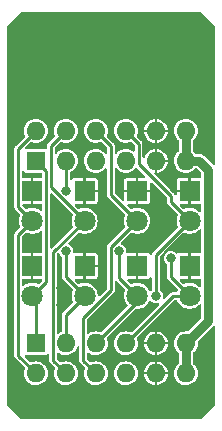
<source format=gtl>
G04 #@! TF.GenerationSoftware,KiCad,Pcbnew,7.0.1*
G04 #@! TF.CreationDate,2023-03-21T03:43:12+09:00*
G04 #@! TF.ProjectId,Pmod_LED,506d6f64-5f4c-4454-942e-6b696361645f,rev?*
G04 #@! TF.SameCoordinates,Original*
G04 #@! TF.FileFunction,Copper,L1,Top*
G04 #@! TF.FilePolarity,Positive*
%FSLAX46Y46*%
G04 Gerber Fmt 4.6, Leading zero omitted, Abs format (unit mm)*
G04 Created by KiCad (PCBNEW 7.0.1) date 2023-03-21 03:43:12*
%MOMM*%
%LPD*%
G01*
G04 APERTURE LIST*
G04 #@! TA.AperFunction,ComponentPad*
%ADD10C,1.800000*%
G04 #@! TD*
G04 #@! TA.AperFunction,ComponentPad*
%ADD11R,1.800000X1.800000*%
G04 #@! TD*
G04 #@! TA.AperFunction,ComponentPad*
%ADD12R,1.600000X1.600000*%
G04 #@! TD*
G04 #@! TA.AperFunction,ComponentPad*
%ADD13O,1.600000X1.600000*%
G04 #@! TD*
G04 #@! TA.AperFunction,ViaPad*
%ADD14C,0.800000*%
G04 #@! TD*
G04 #@! TA.AperFunction,Conductor*
%ADD15C,0.800000*%
G04 #@! TD*
G04 #@! TA.AperFunction,Conductor*
%ADD16C,0.250000*%
G04 #@! TD*
G04 APERTURE END LIST*
D10*
G04 #@! TO.P,D8,2,A*
G04 #@! TO.N,/PMOD_P10*
X18097500Y-24125000D03*
D11*
G04 #@! TO.P,D8,1,K*
G04 #@! TO.N,GND*
X18097500Y-21585000D03*
G04 #@! TD*
D10*
G04 #@! TO.P,D7,2,A*
G04 #@! TO.N,/PMOD_P9*
X13652500Y-24125000D03*
D11*
G04 #@! TO.P,D7,1,K*
G04 #@! TO.N,GND*
X13652500Y-21585000D03*
G04 #@! TD*
D10*
G04 #@! TO.P,D6,2,A*
G04 #@! TO.N,/PMOD_P8*
X9207500Y-24125000D03*
D11*
G04 #@! TO.P,D6,1,K*
G04 #@! TO.N,GND*
X9207500Y-21585000D03*
G04 #@! TD*
D10*
G04 #@! TO.P,D5,2,A*
G04 #@! TO.N,/PMOD_P7*
X4762500Y-24125000D03*
D11*
G04 #@! TO.P,D5,1,K*
G04 #@! TO.N,GND*
X4762500Y-21585000D03*
G04 #@! TD*
D10*
G04 #@! TO.P,D4,2,A*
G04 #@! TO.N,/PMOD_P4*
X18097500Y-30475000D03*
D11*
G04 #@! TO.P,D4,1,K*
G04 #@! TO.N,GND*
X18097500Y-27935000D03*
G04 #@! TD*
D10*
G04 #@! TO.P,D3,2,A*
G04 #@! TO.N,/PMOD_P3*
X13652500Y-30475000D03*
D11*
G04 #@! TO.P,D3,1,K*
G04 #@! TO.N,GND*
X13652500Y-27935000D03*
G04 #@! TD*
G04 #@! TO.P,D2,1,K*
G04 #@! TO.N,GND*
X9207500Y-27935000D03*
D10*
G04 #@! TO.P,D2,2,A*
G04 #@! TO.N,/PMOD_P2*
X9207500Y-30475000D03*
G04 #@! TD*
G04 #@! TO.P,D1,2,A*
G04 #@! TO.N,/PMOD_P1*
X4762500Y-30475000D03*
D11*
G04 #@! TO.P,D1,1,K*
G04 #@! TO.N,GND*
X4762500Y-27935000D03*
G04 #@! TD*
D12*
G04 #@! TO.P,J1,1,Pin_1*
G04 #@! TO.N,/PMOD_P1*
X5080000Y-34490000D03*
D13*
G04 #@! TO.P,J1,2,Pin_2*
G04 #@! TO.N,/PMOD_P2*
X7620000Y-34490000D03*
G04 #@! TO.P,J1,3,Pin_3*
G04 #@! TO.N,/PMOD_P3*
X10160000Y-34490000D03*
G04 #@! TO.P,J1,4,Pin_4*
G04 #@! TO.N,/PMOD_P4*
X12700000Y-34490000D03*
G04 #@! TO.P,J1,5,Pin_5*
G04 #@! TO.N,GND*
X15240000Y-34490000D03*
G04 #@! TO.P,J1,6,Pin_6*
G04 #@! TO.N,+3V3*
X17780000Y-34490000D03*
G04 #@! TO.P,J1,7,Pin_7*
G04 #@! TO.N,/PMOD_P7*
X5080000Y-37030000D03*
G04 #@! TO.P,J1,8,Pin_8*
G04 #@! TO.N,/PMOD_P8*
X7620000Y-37030000D03*
G04 #@! TO.P,J1,9,Pin_9*
G04 #@! TO.N,/PMOD_P9*
X10160000Y-37030000D03*
G04 #@! TO.P,J1,10,Pin_10*
G04 #@! TO.N,/PMOD_P10*
X12700000Y-37030000D03*
G04 #@! TO.P,J1,11,Pin_11*
G04 #@! TO.N,GND*
X15240000Y-37030000D03*
G04 #@! TO.P,J1,12,Pin_12*
G04 #@! TO.N,+3V3*
X17780000Y-37030000D03*
G04 #@! TD*
D12*
G04 #@! TO.P,J2,1,Pin_1*
G04 #@! TO.N,/PMOD_P1*
X5080000Y-19050000D03*
D13*
G04 #@! TO.P,J2,2,Pin_2*
G04 #@! TO.N,/PMOD_P2*
X7620000Y-19050000D03*
G04 #@! TO.P,J2,3,Pin_3*
G04 #@! TO.N,/PMOD_P3*
X10160000Y-19050000D03*
G04 #@! TO.P,J2,4,Pin_4*
G04 #@! TO.N,/PMOD_P4*
X12700000Y-19050000D03*
G04 #@! TO.P,J2,5,Pin_5*
G04 #@! TO.N,GND*
X15240000Y-19050000D03*
G04 #@! TO.P,J2,6,Pin_6*
G04 #@! TO.N,+3V3*
X17780000Y-19050000D03*
G04 #@! TO.P,J2,7,Pin_7*
G04 #@! TO.N,/PMOD_P7*
X5080000Y-16510000D03*
G04 #@! TO.P,J2,8,Pin_8*
G04 #@! TO.N,/PMOD_P8*
X7620000Y-16510000D03*
G04 #@! TO.P,J2,9,Pin_9*
G04 #@! TO.N,/PMOD_P9*
X10160000Y-16510000D03*
G04 #@! TO.P,J2,10,Pin_10*
G04 #@! TO.N,/PMOD_P10*
X12700000Y-16510000D03*
G04 #@! TO.P,J2,11,Pin_11*
G04 #@! TO.N,GND*
X15240000Y-16510000D03*
G04 #@! TO.P,J2,12,Pin_12*
G04 #@! TO.N,+3V3*
X17780000Y-16510000D03*
G04 #@! TD*
D14*
G04 #@! TO.N,GND*
X16129000Y-29718000D03*
X16891000Y-31496000D03*
X3048000Y-36322000D03*
X19812000Y-34036000D03*
X19685000Y-18161000D03*
X3556000Y-16891000D03*
X16510000Y-20955000D03*
X15748000Y-22479000D03*
X15748000Y-25273000D03*
X12065000Y-31496000D03*
X12065000Y-30480000D03*
X10287000Y-32512000D03*
X7239000Y-31242000D03*
X7239000Y-29845000D03*
X6731000Y-25527000D03*
X6731000Y-22860000D03*
G04 #@! TO.N,/PMOD_P4*
X16510000Y-27305000D03*
G04 #@! TO.N,/PMOD_P3*
X12104500Y-26670000D03*
G04 #@! TO.N,/PMOD_P2*
X7623194Y-21586806D03*
X7620000Y-26670000D03*
G04 #@! TO.N,/PMOD_P10*
X15240000Y-30480000D03*
G04 #@! TD*
D15*
G04 #@! TO.N,+3V3*
X17780000Y-19050000D02*
X17780000Y-16510000D01*
X18911370Y-19050000D02*
X17780000Y-19050000D01*
X19685000Y-32585000D02*
X19685000Y-19823630D01*
X19685000Y-19823630D02*
X18911370Y-19050000D01*
X17780000Y-34490000D02*
X19685000Y-32585000D01*
X17780000Y-37030000D02*
X17780000Y-34490000D01*
D16*
G04 #@! TO.N,/PMOD_P4*
X16510000Y-28887500D02*
X16510000Y-27305000D01*
X18097500Y-30475000D02*
X16510000Y-28887500D01*
G04 #@! TO.N,/PMOD_P10*
X13775000Y-17585000D02*
X12700000Y-16510000D01*
X13775000Y-19300280D02*
X13775000Y-17585000D01*
X16510000Y-22035280D02*
X13775000Y-19300280D01*
X16510000Y-22537500D02*
X16510000Y-22035280D01*
X18097500Y-24125000D02*
X16510000Y-22537500D01*
G04 #@! TO.N,/PMOD_P3*
X12104500Y-28927000D02*
X12104500Y-26670000D01*
X13652500Y-30475000D02*
X12104500Y-28927000D01*
G04 #@! TO.N,/PMOD_P9*
X11430000Y-21902500D02*
X11430000Y-17780000D01*
X11430000Y-17780000D02*
X10160000Y-16510000D01*
X13652500Y-24125000D02*
X11430000Y-21902500D01*
G04 #@! TO.N,/PMOD_P2*
X7620000Y-28887500D02*
X7620000Y-26670000D01*
X7623194Y-21586806D02*
X7620000Y-21583612D01*
X9207500Y-30475000D02*
X7620000Y-28887500D01*
X7620000Y-21583612D02*
X7620000Y-19050000D01*
G04 #@! TO.N,/PMOD_P8*
X6350000Y-17780000D02*
X7620000Y-16510000D01*
X6350000Y-21267500D02*
X6350000Y-17780000D01*
X9207500Y-24125000D02*
X6350000Y-21267500D01*
G04 #@! TO.N,/PMOD_P1*
X5937500Y-29300000D02*
X5937500Y-19907500D01*
X5937500Y-19907500D02*
X5080000Y-19050000D01*
X4762500Y-30475000D02*
X5937500Y-29300000D01*
G04 #@! TO.N,/PMOD_P7*
X3587500Y-18002500D02*
X5080000Y-16510000D01*
X3587500Y-22950000D02*
X3587500Y-18002500D01*
X4762500Y-24125000D02*
X3587500Y-22950000D01*
G04 #@! TO.N,/PMOD_P10*
X15240000Y-26982500D02*
X18097500Y-24125000D01*
X15240000Y-30480000D02*
X15240000Y-26982500D01*
G04 #@! TO.N,/PMOD_P4*
X16715000Y-30475000D02*
X18097500Y-30475000D01*
X12700000Y-34490000D02*
X16715000Y-30475000D01*
G04 #@! TO.N,/PMOD_P9*
X11430000Y-26347500D02*
X13652500Y-24125000D01*
X11430000Y-30005000D02*
X11430000Y-26347500D01*
X9085000Y-32350000D02*
X11430000Y-30005000D01*
X9085000Y-35955000D02*
X9085000Y-32350000D01*
X10160000Y-37030000D02*
X9085000Y-35955000D01*
G04 #@! TO.N,/PMOD_P3*
X13652500Y-30997500D02*
X13652500Y-30475000D01*
X10160000Y-34490000D02*
X13652500Y-30997500D01*
G04 #@! TO.N,/PMOD_P8*
X6545000Y-26787500D02*
X9207500Y-24125000D01*
X6545000Y-35955000D02*
X6545000Y-26787500D01*
X7620000Y-37030000D02*
X6545000Y-35955000D01*
G04 #@! TO.N,/PMOD_P2*
X7620000Y-32062500D02*
X9207500Y-30475000D01*
X7620000Y-34490000D02*
X7620000Y-32062500D01*
G04 #@! TO.N,/PMOD_P7*
X3587500Y-35537500D02*
X3587500Y-25300000D01*
X5080000Y-37030000D02*
X3587500Y-35537500D01*
X3587500Y-25300000D02*
X4762500Y-24125000D01*
G04 #@! TO.N,/PMOD_P1*
X5080000Y-30792500D02*
X4762500Y-30475000D01*
X5080000Y-34490000D02*
X5080000Y-30792500D01*
G04 #@! TD*
G04 #@! TA.AperFunction,Conductor*
G04 #@! TO.N,GND*
G36*
X19015605Y-6433036D02*
G01*
X19047723Y-6454496D01*
X20215504Y-7622277D01*
X20236964Y-7654395D01*
X20244500Y-7692281D01*
X20244500Y-19294887D01*
X20227815Y-19349888D01*
X20183386Y-19386351D01*
X20126186Y-19391985D01*
X20075496Y-19364891D01*
X19368405Y-18657800D01*
X19359866Y-18648062D01*
X19339651Y-18621716D01*
X19214211Y-18525464D01*
X19068131Y-18464955D01*
X18950731Y-18449500D01*
X18911370Y-18444318D01*
X18878443Y-18448653D01*
X18865521Y-18449500D01*
X18628295Y-18449500D01*
X18585967Y-18439995D01*
X18551768Y-18413306D01*
X18490883Y-18339117D01*
X18416693Y-18278231D01*
X18390005Y-18244033D01*
X18380500Y-18201705D01*
X18380500Y-17358295D01*
X18390005Y-17315967D01*
X18416693Y-17281768D01*
X18490883Y-17220883D01*
X18615910Y-17068538D01*
X18708814Y-16894727D01*
X18766024Y-16706132D01*
X18785341Y-16510000D01*
X18766024Y-16313868D01*
X18708814Y-16125273D01*
X18708814Y-16125272D01*
X18615911Y-15951463D01*
X18596900Y-15928298D01*
X18490883Y-15799117D01*
X18384864Y-15712109D01*
X18338536Y-15674088D01*
X18164727Y-15581185D01*
X17976130Y-15523975D01*
X17780000Y-15504658D01*
X17583869Y-15523975D01*
X17395272Y-15581185D01*
X17221463Y-15674088D01*
X17069117Y-15799117D01*
X16944088Y-15951463D01*
X16851185Y-16125272D01*
X16793975Y-16313869D01*
X16774658Y-16509999D01*
X16793975Y-16706130D01*
X16851185Y-16894727D01*
X16944088Y-17068536D01*
X16944090Y-17068538D01*
X17069117Y-17220883D01*
X17143306Y-17281768D01*
X17169995Y-17315967D01*
X17179500Y-17358295D01*
X17179500Y-18201705D01*
X17169995Y-18244033D01*
X17143306Y-18278231D01*
X17069119Y-18339115D01*
X17069117Y-18339117D01*
X16944088Y-18491463D01*
X16851185Y-18665272D01*
X16793975Y-18853869D01*
X16774658Y-19050000D01*
X16793975Y-19246130D01*
X16851185Y-19434727D01*
X16944088Y-19608536D01*
X16982109Y-19654864D01*
X17069117Y-19760883D01*
X17198298Y-19866900D01*
X17221463Y-19885911D01*
X17395272Y-19978814D01*
X17489570Y-20007418D01*
X17583868Y-20036024D01*
X17780000Y-20055341D01*
X17976132Y-20036024D01*
X18164727Y-19978814D01*
X18338538Y-19885910D01*
X18490883Y-19760883D01*
X18548763Y-19690355D01*
X18593466Y-19659416D01*
X18647769Y-19656748D01*
X18695293Y-19683158D01*
X19055504Y-20043369D01*
X19076964Y-20075487D01*
X19084500Y-20113373D01*
X19084500Y-20386000D01*
X19071237Y-20435500D01*
X19035000Y-20471737D01*
X18985500Y-20485000D01*
X18197501Y-20485000D01*
X18197500Y-20485001D01*
X18197500Y-22684999D01*
X18197501Y-22685000D01*
X18985500Y-22685000D01*
X19035000Y-22698263D01*
X19071237Y-22734500D01*
X19084500Y-22784000D01*
X19084500Y-23311398D01*
X19068445Y-23365445D01*
X19025488Y-23401963D01*
X18969562Y-23409107D01*
X18918804Y-23384560D01*
X18838549Y-23311398D01*
X18763541Y-23243019D01*
X18763538Y-23243017D01*
X18590139Y-23135653D01*
X18590137Y-23135652D01*
X18549847Y-23120043D01*
X18399953Y-23061974D01*
X18199478Y-23024500D01*
X18199476Y-23024500D01*
X17995524Y-23024500D01*
X17995522Y-23024500D01*
X17795044Y-23061975D01*
X17638789Y-23122508D01*
X17582593Y-23127061D01*
X17533023Y-23100197D01*
X17286830Y-22854004D01*
X17259736Y-22803314D01*
X17265370Y-22746114D01*
X17301833Y-22701685D01*
X17356834Y-22685000D01*
X17997499Y-22685000D01*
X17997500Y-22684999D01*
X17997500Y-21685001D01*
X17997499Y-21685000D01*
X16997501Y-21685000D01*
X16997500Y-21685001D01*
X16997500Y-21850023D01*
X16985087Y-21898019D01*
X16950962Y-21933980D01*
X16903682Y-21948887D01*
X16855102Y-21939004D01*
X16817404Y-21906808D01*
X16809554Y-21895598D01*
X16809554Y-21895596D01*
X16787249Y-21863741D01*
X16782633Y-21856495D01*
X16763194Y-21822825D01*
X16747707Y-21809830D01*
X16733428Y-21797848D01*
X16727060Y-21792014D01*
X16420045Y-21484999D01*
X16997500Y-21484999D01*
X16997501Y-21485000D01*
X17997499Y-21485000D01*
X17997500Y-21484999D01*
X17997500Y-20485001D01*
X17997499Y-20485000D01*
X17177803Y-20485000D01*
X17119463Y-20496604D01*
X17053307Y-20540807D01*
X17009104Y-20606963D01*
X16997500Y-20665303D01*
X16997500Y-21484999D01*
X16420045Y-21484999D01*
X15129615Y-20194569D01*
X15103586Y-20148619D01*
X15104882Y-20095825D01*
X15133137Y-20051209D01*
X15139999Y-20044990D01*
X15340000Y-20044990D01*
X15436034Y-20035530D01*
X15624536Y-19978350D01*
X15798254Y-19885495D01*
X15950527Y-19760527D01*
X16075495Y-19608254D01*
X16168350Y-19434536D01*
X16225530Y-19246034D01*
X16234990Y-19150000D01*
X15340001Y-19150000D01*
X15340000Y-19150001D01*
X15340000Y-20044990D01*
X15139999Y-20044990D01*
X15140000Y-20044989D01*
X15140000Y-18055009D01*
X15339999Y-18055009D01*
X15340000Y-18055010D01*
X15340000Y-18949999D01*
X15340001Y-18950000D01*
X16234990Y-18950000D01*
X16225530Y-18853965D01*
X16168350Y-18665463D01*
X16075495Y-18491745D01*
X15950527Y-18339472D01*
X15798254Y-18214504D01*
X15624536Y-18121649D01*
X15436034Y-18064469D01*
X15339999Y-18055009D01*
X15140000Y-18055009D01*
X15043965Y-18064469D01*
X14855463Y-18121649D01*
X14681745Y-18214504D01*
X14529472Y-18339472D01*
X14404504Y-18491745D01*
X14311649Y-18665464D01*
X14294237Y-18722866D01*
X14263795Y-18769408D01*
X14213064Y-18792194D01*
X14158053Y-18784034D01*
X14116120Y-18747503D01*
X14100500Y-18694128D01*
X14100500Y-17603534D01*
X14100877Y-17594904D01*
X14104264Y-17556193D01*
X14099868Y-17539789D01*
X14094203Y-17518647D01*
X14092335Y-17510220D01*
X14089745Y-17495530D01*
X14085588Y-17471955D01*
X14084834Y-17470650D01*
X14074943Y-17446768D01*
X14074942Y-17446765D01*
X14074554Y-17445316D01*
X14052260Y-17413477D01*
X14047633Y-17406215D01*
X14028194Y-17372545D01*
X13998428Y-17347568D01*
X13992060Y-17341734D01*
X13651277Y-17000951D01*
X13625248Y-16955002D01*
X13626544Y-16902208D01*
X13628812Y-16894729D01*
X13628814Y-16894727D01*
X13686024Y-16706132D01*
X13686023Y-16706132D01*
X13686025Y-16706129D01*
X13695492Y-16610000D01*
X14245010Y-16610000D01*
X14254469Y-16706034D01*
X14311649Y-16894536D01*
X14404504Y-17068254D01*
X14529472Y-17220527D01*
X14681745Y-17345495D01*
X14855463Y-17438350D01*
X15043965Y-17495530D01*
X15140000Y-17504990D01*
X15340000Y-17504990D01*
X15436034Y-17495530D01*
X15624536Y-17438350D01*
X15798254Y-17345495D01*
X15950527Y-17220527D01*
X16075495Y-17068254D01*
X16168350Y-16894536D01*
X16225530Y-16706034D01*
X16234990Y-16610000D01*
X15340001Y-16610000D01*
X15340000Y-16610001D01*
X15340000Y-17504990D01*
X15140000Y-17504990D01*
X15140000Y-16610001D01*
X15139999Y-16610000D01*
X14245010Y-16610000D01*
X13695492Y-16610000D01*
X13705341Y-16510000D01*
X13695492Y-16410000D01*
X14245009Y-16410000D01*
X15139999Y-16410000D01*
X15140000Y-16409999D01*
X15140000Y-15515010D01*
X15340000Y-15515010D01*
X15340000Y-16409999D01*
X15340001Y-16410000D01*
X16234990Y-16410000D01*
X16225530Y-16313965D01*
X16168350Y-16125463D01*
X16075495Y-15951745D01*
X15950527Y-15799472D01*
X15798254Y-15674504D01*
X15624536Y-15581649D01*
X15436034Y-15524469D01*
X15340000Y-15515010D01*
X15140000Y-15515010D01*
X15140000Y-15515009D01*
X15043965Y-15524469D01*
X14855463Y-15581649D01*
X14681745Y-15674504D01*
X14529472Y-15799472D01*
X14404504Y-15951745D01*
X14311649Y-16125463D01*
X14254469Y-16313965D01*
X14245009Y-16410000D01*
X13695492Y-16410000D01*
X13695492Y-16409999D01*
X13686024Y-16313868D01*
X13628814Y-16125273D01*
X13628814Y-16125272D01*
X13535911Y-15951463D01*
X13516900Y-15928298D01*
X13410883Y-15799117D01*
X13304864Y-15712109D01*
X13258536Y-15674088D01*
X13084727Y-15581185D01*
X12896130Y-15523975D01*
X12700000Y-15504658D01*
X12503869Y-15523975D01*
X12315272Y-15581185D01*
X12141463Y-15674088D01*
X11989117Y-15799117D01*
X11864088Y-15951463D01*
X11771185Y-16125272D01*
X11713975Y-16313869D01*
X11694658Y-16510000D01*
X11713975Y-16706130D01*
X11771185Y-16894727D01*
X11864088Y-17068536D01*
X11864090Y-17068538D01*
X11989117Y-17220883D01*
X12104977Y-17315967D01*
X12141463Y-17345911D01*
X12315272Y-17438814D01*
X12383010Y-17459362D01*
X12503868Y-17496024D01*
X12700000Y-17515341D01*
X12896129Y-17496025D01*
X12919956Y-17488796D01*
X13084727Y-17438814D01*
X13084729Y-17438812D01*
X13092208Y-17436544D01*
X13145002Y-17435248D01*
X13190951Y-17461277D01*
X13420504Y-17690830D01*
X13441964Y-17722948D01*
X13449500Y-17760834D01*
X13449500Y-18161490D01*
X13434141Y-18214455D01*
X13392828Y-18250985D01*
X13338381Y-18259745D01*
X13287695Y-18238018D01*
X13258537Y-18214088D01*
X13084727Y-18121185D01*
X12896130Y-18063975D01*
X12700000Y-18044658D01*
X12503869Y-18063975D01*
X12315272Y-18121185D01*
X12141463Y-18214088D01*
X11989119Y-18339115D01*
X11989117Y-18339117D01*
X11931026Y-18409899D01*
X11880904Y-18442507D01*
X11821148Y-18440306D01*
X11773559Y-18404098D01*
X11755500Y-18347093D01*
X11755500Y-17798526D01*
X11755877Y-17789897D01*
X11759263Y-17751194D01*
X11759262Y-17751191D01*
X11749199Y-17713638D01*
X11747335Y-17705223D01*
X11740589Y-17666958D01*
X11740588Y-17666956D01*
X11740588Y-17666955D01*
X11739832Y-17665645D01*
X11729943Y-17641768D01*
X11729941Y-17641761D01*
X11729554Y-17640316D01*
X11707257Y-17608473D01*
X11702626Y-17601203D01*
X11698989Y-17594904D01*
X11683194Y-17567545D01*
X11683193Y-17567543D01*
X11653434Y-17542573D01*
X11647066Y-17536739D01*
X11111277Y-17000951D01*
X11085248Y-16955002D01*
X11086544Y-16902208D01*
X11088812Y-16894729D01*
X11088814Y-16894727D01*
X11146024Y-16706132D01*
X11146023Y-16706132D01*
X11146025Y-16706129D01*
X11165341Y-16510000D01*
X11155492Y-16409999D01*
X11146024Y-16313868D01*
X11088814Y-16125273D01*
X11088814Y-16125272D01*
X10995911Y-15951463D01*
X10976900Y-15928298D01*
X10870883Y-15799117D01*
X10764864Y-15712109D01*
X10718536Y-15674088D01*
X10544727Y-15581185D01*
X10356130Y-15523975D01*
X10160000Y-15504658D01*
X9963869Y-15523975D01*
X9775272Y-15581185D01*
X9601463Y-15674088D01*
X9449117Y-15799117D01*
X9324088Y-15951463D01*
X9231185Y-16125272D01*
X9173975Y-16313869D01*
X9154658Y-16510000D01*
X9173975Y-16706130D01*
X9231185Y-16894727D01*
X9324088Y-17068536D01*
X9324090Y-17068538D01*
X9449117Y-17220883D01*
X9564977Y-17315967D01*
X9601463Y-17345911D01*
X9775272Y-17438814D01*
X9843010Y-17459362D01*
X9963868Y-17496024D01*
X10160000Y-17515341D01*
X10356129Y-17496025D01*
X10379956Y-17488796D01*
X10544727Y-17438814D01*
X10544729Y-17438812D01*
X10552208Y-17436544D01*
X10605002Y-17435248D01*
X10650951Y-17461278D01*
X11075504Y-17885832D01*
X11096964Y-17917949D01*
X11104500Y-17955835D01*
X11104500Y-18347093D01*
X11086441Y-18404098D01*
X11038852Y-18440306D01*
X10979096Y-18442507D01*
X10928973Y-18409899D01*
X10870883Y-18339117D01*
X10785109Y-18268723D01*
X10718536Y-18214088D01*
X10544727Y-18121185D01*
X10356130Y-18063975D01*
X10160000Y-18044658D01*
X9963869Y-18063975D01*
X9775272Y-18121185D01*
X9601463Y-18214088D01*
X9449117Y-18339117D01*
X9324088Y-18491463D01*
X9231185Y-18665272D01*
X9173975Y-18853869D01*
X9154658Y-19050000D01*
X9173975Y-19246130D01*
X9231185Y-19434727D01*
X9324088Y-19608536D01*
X9362109Y-19654864D01*
X9449117Y-19760883D01*
X9578298Y-19866900D01*
X9601463Y-19885911D01*
X9775272Y-19978814D01*
X9869570Y-20007418D01*
X9963868Y-20036024D01*
X10160000Y-20055341D01*
X10356132Y-20036024D01*
X10544727Y-19978814D01*
X10718538Y-19885910D01*
X10870883Y-19760883D01*
X10928973Y-19690100D01*
X10979096Y-19657493D01*
X11038852Y-19659694D01*
X11086441Y-19695902D01*
X11104500Y-19752907D01*
X11104500Y-21883966D01*
X11104123Y-21892596D01*
X11100735Y-21931307D01*
X11110795Y-21968850D01*
X11112663Y-21977278D01*
X11117812Y-22006473D01*
X11119412Y-22015545D01*
X11120166Y-22016852D01*
X11130055Y-22040725D01*
X11130446Y-22042185D01*
X11152732Y-22074014D01*
X11157370Y-22081294D01*
X11176803Y-22114952D01*
X11176805Y-22114954D01*
X11176806Y-22114955D01*
X11206583Y-22139941D01*
X11212938Y-22145764D01*
X12628395Y-23561221D01*
X12656099Y-23615286D01*
X12647013Y-23675352D01*
X12621918Y-23725749D01*
X12566103Y-23921917D01*
X12547285Y-24124999D01*
X12566103Y-24328082D01*
X12621919Y-24524252D01*
X12647012Y-24574645D01*
X12656100Y-24634711D01*
X12628395Y-24688777D01*
X11212940Y-26104232D01*
X11206574Y-26110065D01*
X11176804Y-26135045D01*
X11157371Y-26168704D01*
X11152734Y-26175984D01*
X11130444Y-26207818D01*
X11130053Y-26209280D01*
X11120168Y-26233145D01*
X11119410Y-26234456D01*
X11112662Y-26272723D01*
X11110794Y-26281149D01*
X11100735Y-26318691D01*
X11104123Y-26357404D01*
X11104500Y-26366034D01*
X11104500Y-29829166D01*
X11096964Y-29867052D01*
X11075504Y-29899170D01*
X10477693Y-30496980D01*
X10429240Y-30523602D01*
X10374068Y-30520092D01*
X10329380Y-30487545D01*
X10309111Y-30436110D01*
X10298652Y-30323238D01*
X10293897Y-30271917D01*
X10238082Y-30075750D01*
X10147173Y-29893179D01*
X10024264Y-29730421D01*
X9873541Y-29593019D01*
X9873538Y-29593017D01*
X9700139Y-29485653D01*
X9700137Y-29485652D01*
X9646190Y-29464753D01*
X9509953Y-29411974D01*
X9309478Y-29374500D01*
X9309476Y-29374500D01*
X9105524Y-29374500D01*
X9105522Y-29374500D01*
X8905044Y-29411975D01*
X8748789Y-29472508D01*
X8692593Y-29477061D01*
X8643023Y-29450197D01*
X8396830Y-29204004D01*
X8369736Y-29153314D01*
X8375370Y-29096114D01*
X8411833Y-29051685D01*
X8466834Y-29035000D01*
X9107499Y-29035000D01*
X9107500Y-29034999D01*
X9307500Y-29034999D01*
X9307501Y-29035000D01*
X10127197Y-29035000D01*
X10185536Y-29023395D01*
X10251692Y-28979192D01*
X10295895Y-28913036D01*
X10307500Y-28854697D01*
X10307500Y-28035001D01*
X10307499Y-28035000D01*
X9307501Y-28035000D01*
X9307500Y-28035001D01*
X9307500Y-29034999D01*
X9107500Y-29034999D01*
X9107500Y-27834999D01*
X9307500Y-27834999D01*
X9307501Y-27835000D01*
X10307499Y-27835000D01*
X10307500Y-27834999D01*
X10307500Y-27015303D01*
X10295895Y-26956963D01*
X10251692Y-26890807D01*
X10185536Y-26846604D01*
X10127197Y-26835000D01*
X9307501Y-26835000D01*
X9307500Y-26835001D01*
X9307500Y-27834999D01*
X9107500Y-27834999D01*
X9107500Y-26835001D01*
X9107499Y-26835000D01*
X8316847Y-26835000D01*
X8263654Y-26819496D01*
X8227123Y-26777839D01*
X8218694Y-26723078D01*
X8221822Y-26699318D01*
X8225682Y-26670000D01*
X8205044Y-26513238D01*
X8144536Y-26367159D01*
X8107345Y-26318691D01*
X8048282Y-26241717D01*
X7922842Y-26145465D01*
X7922841Y-26145464D01*
X7883126Y-26129013D01*
X7864932Y-26121477D01*
X7826290Y-26092817D01*
X7805721Y-26049326D01*
X7808082Y-26001274D01*
X7832813Y-25960011D01*
X8643024Y-25149800D01*
X8692592Y-25122938D01*
X8748789Y-25127491D01*
X8905046Y-25188025D01*
X9105522Y-25225500D01*
X9105524Y-25225500D01*
X9309476Y-25225500D01*
X9309478Y-25225500D01*
X9509953Y-25188025D01*
X9509956Y-25188024D01*
X9700137Y-25114348D01*
X9873541Y-25006981D01*
X10024264Y-24869579D01*
X10147173Y-24706821D01*
X10238082Y-24524250D01*
X10293897Y-24328083D01*
X10312715Y-24125000D01*
X10293897Y-23921917D01*
X10238082Y-23725750D01*
X10147173Y-23543179D01*
X10024264Y-23380421D01*
X9873541Y-23243019D01*
X9873538Y-23243017D01*
X9700139Y-23135653D01*
X9700137Y-23135652D01*
X9659847Y-23120043D01*
X9509953Y-23061974D01*
X9309478Y-23024500D01*
X9309476Y-23024500D01*
X9105524Y-23024500D01*
X9105522Y-23024500D01*
X8905046Y-23061974D01*
X8748791Y-23122508D01*
X8692594Y-23127061D01*
X8643025Y-23100197D01*
X8396831Y-22854004D01*
X8369736Y-22803314D01*
X8375370Y-22746114D01*
X8411833Y-22701685D01*
X8466834Y-22685000D01*
X9107499Y-22685000D01*
X9107500Y-22684999D01*
X9307500Y-22684999D01*
X9307501Y-22685000D01*
X10127197Y-22685000D01*
X10185536Y-22673395D01*
X10251692Y-22629192D01*
X10295895Y-22563036D01*
X10307500Y-22504697D01*
X10307500Y-21685001D01*
X10307499Y-21685000D01*
X9307501Y-21685000D01*
X9307500Y-21685001D01*
X9307500Y-22684999D01*
X9107500Y-22684999D01*
X9107500Y-21484999D01*
X9307500Y-21484999D01*
X9307501Y-21485000D01*
X10307499Y-21485000D01*
X10307500Y-21484999D01*
X10307500Y-20665303D01*
X10295895Y-20606963D01*
X10251692Y-20540807D01*
X10185536Y-20496604D01*
X10127197Y-20485000D01*
X9307501Y-20485000D01*
X9307500Y-20485001D01*
X9307500Y-21484999D01*
X9107500Y-21484999D01*
X9107500Y-20485001D01*
X9107499Y-20485000D01*
X8287803Y-20485000D01*
X8229463Y-20496604D01*
X8163307Y-20540808D01*
X8126815Y-20595423D01*
X8089445Y-20628631D01*
X8040613Y-20639345D01*
X7992773Y-20624832D01*
X7958123Y-20588794D01*
X7945500Y-20540421D01*
X7945500Y-20069810D01*
X7959585Y-20018914D01*
X7997832Y-19982500D01*
X8178536Y-19885911D01*
X8178535Y-19885911D01*
X8178538Y-19885910D01*
X8330883Y-19760883D01*
X8455910Y-19608538D01*
X8548814Y-19434727D01*
X8606024Y-19246132D01*
X8625341Y-19050000D01*
X8606024Y-18853868D01*
X8548814Y-18665273D01*
X8548814Y-18665272D01*
X8455911Y-18491463D01*
X8413672Y-18439995D01*
X8330883Y-18339117D01*
X8220501Y-18248528D01*
X8178536Y-18214088D01*
X8004727Y-18121185D01*
X7816130Y-18063975D01*
X7620000Y-18044658D01*
X7423869Y-18063975D01*
X7235272Y-18121185D01*
X7061463Y-18214088D01*
X6909119Y-18339115D01*
X6909117Y-18339117D01*
X6851026Y-18409899D01*
X6800904Y-18442507D01*
X6741148Y-18440306D01*
X6693559Y-18404098D01*
X6675500Y-18347093D01*
X6675500Y-17955834D01*
X6683036Y-17917948D01*
X6704496Y-17885831D01*
X7129048Y-17461277D01*
X7174997Y-17435247D01*
X7227791Y-17436543D01*
X7235267Y-17438811D01*
X7235273Y-17438814D01*
X7411595Y-17492301D01*
X7423871Y-17496025D01*
X7620000Y-17515341D01*
X7816132Y-17496024D01*
X8004727Y-17438814D01*
X8178538Y-17345910D01*
X8330883Y-17220883D01*
X8455910Y-17068538D01*
X8548814Y-16894727D01*
X8606024Y-16706132D01*
X8625341Y-16510000D01*
X8606024Y-16313868D01*
X8548814Y-16125273D01*
X8548814Y-16125272D01*
X8455911Y-15951463D01*
X8436900Y-15928298D01*
X8330883Y-15799117D01*
X8224864Y-15712109D01*
X8178536Y-15674088D01*
X8004727Y-15581185D01*
X7816130Y-15523975D01*
X7620000Y-15504658D01*
X7423869Y-15523975D01*
X7235272Y-15581185D01*
X7061463Y-15674088D01*
X6909117Y-15799117D01*
X6784088Y-15951463D01*
X6691185Y-16125272D01*
X6633975Y-16313869D01*
X6614658Y-16510000D01*
X6633975Y-16706130D01*
X6693455Y-16902208D01*
X6694751Y-16955001D01*
X6668722Y-17000950D01*
X6132940Y-17536732D01*
X6126574Y-17542565D01*
X6096804Y-17567545D01*
X6077371Y-17601204D01*
X6072734Y-17608484D01*
X6050444Y-17640318D01*
X6050053Y-17641780D01*
X6040168Y-17665645D01*
X6039410Y-17666956D01*
X6032662Y-17705223D01*
X6030794Y-17713649D01*
X6020735Y-17751191D01*
X6024123Y-17789904D01*
X6024500Y-17798534D01*
X6024500Y-17953683D01*
X6007815Y-18008685D01*
X5963385Y-18045147D01*
X5906187Y-18050780D01*
X5899748Y-18049500D01*
X4260252Y-18049500D01*
X4260249Y-18049500D01*
X4256492Y-18050247D01*
X4206586Y-18047301D01*
X4164483Y-18020346D01*
X4140919Y-17976257D01*
X4141901Y-17926274D01*
X4167177Y-17883147D01*
X4589050Y-17461274D01*
X4634997Y-17435247D01*
X4687791Y-17436543D01*
X4695267Y-17438811D01*
X4695273Y-17438814D01*
X4871595Y-17492301D01*
X4883871Y-17496025D01*
X5080000Y-17515341D01*
X5276132Y-17496024D01*
X5464727Y-17438814D01*
X5638538Y-17345910D01*
X5790883Y-17220883D01*
X5915910Y-17068538D01*
X6008814Y-16894727D01*
X6066024Y-16706132D01*
X6085341Y-16510000D01*
X6066024Y-16313868D01*
X6008814Y-16125273D01*
X6008814Y-16125272D01*
X5915911Y-15951463D01*
X5896900Y-15928298D01*
X5790883Y-15799117D01*
X5684864Y-15712109D01*
X5638536Y-15674088D01*
X5464727Y-15581185D01*
X5276130Y-15523975D01*
X5080000Y-15504658D01*
X4883869Y-15523975D01*
X4695272Y-15581185D01*
X4521463Y-15674088D01*
X4369117Y-15799117D01*
X4244088Y-15951463D01*
X4151185Y-16125272D01*
X4093975Y-16313869D01*
X4074658Y-16510000D01*
X4093975Y-16706130D01*
X4153455Y-16902208D01*
X4154751Y-16955001D01*
X4128722Y-17000950D01*
X3370440Y-17759232D01*
X3364074Y-17765065D01*
X3334304Y-17790045D01*
X3314871Y-17823704D01*
X3310234Y-17830984D01*
X3287944Y-17862818D01*
X3287553Y-17864280D01*
X3277668Y-17888145D01*
X3276910Y-17889456D01*
X3270162Y-17927723D01*
X3268294Y-17936149D01*
X3258235Y-17973691D01*
X3261623Y-18012404D01*
X3262000Y-18021034D01*
X3262000Y-22931466D01*
X3261623Y-22940096D01*
X3258235Y-22978807D01*
X3268295Y-23016350D01*
X3270163Y-23024778D01*
X3276723Y-23061974D01*
X3276912Y-23063045D01*
X3277666Y-23064352D01*
X3287555Y-23088225D01*
X3287946Y-23089685D01*
X3310232Y-23121514D01*
X3314870Y-23128794D01*
X3334303Y-23162452D01*
X3334305Y-23162454D01*
X3334306Y-23162455D01*
X3364083Y-23187441D01*
X3370438Y-23193264D01*
X3738395Y-23561221D01*
X3766099Y-23615286D01*
X3757013Y-23675352D01*
X3731918Y-23725749D01*
X3676103Y-23921917D01*
X3657285Y-24124999D01*
X3676103Y-24328082D01*
X3731919Y-24524252D01*
X3757012Y-24574645D01*
X3766100Y-24634711D01*
X3738395Y-24688777D01*
X3370440Y-25056732D01*
X3364074Y-25062565D01*
X3334304Y-25087545D01*
X3314871Y-25121204D01*
X3310234Y-25128484D01*
X3287944Y-25160318D01*
X3287553Y-25161780D01*
X3277668Y-25185645D01*
X3276910Y-25186956D01*
X3270162Y-25225223D01*
X3268294Y-25233649D01*
X3258235Y-25271191D01*
X3261623Y-25309904D01*
X3262000Y-25318534D01*
X3262000Y-35518966D01*
X3261623Y-35527596D01*
X3258235Y-35566307D01*
X3268295Y-35603850D01*
X3270163Y-35612278D01*
X3276911Y-35650542D01*
X3276912Y-35650545D01*
X3277666Y-35651852D01*
X3287555Y-35675725D01*
X3287946Y-35677185D01*
X3310232Y-35709014D01*
X3314870Y-35716294D01*
X3334303Y-35749952D01*
X3334305Y-35749954D01*
X3334306Y-35749955D01*
X3364083Y-35774941D01*
X3370438Y-35780764D01*
X4128722Y-36539048D01*
X4154751Y-36584997D01*
X4153455Y-36637790D01*
X4093975Y-36833869D01*
X4074658Y-37029999D01*
X4093975Y-37226130D01*
X4151185Y-37414727D01*
X4244088Y-37588536D01*
X4244090Y-37588538D01*
X4369117Y-37740883D01*
X4498298Y-37846900D01*
X4521463Y-37865911D01*
X4695272Y-37958814D01*
X4789570Y-37987419D01*
X4883868Y-38016024D01*
X5080000Y-38035341D01*
X5276132Y-38016024D01*
X5464727Y-37958814D01*
X5638538Y-37865910D01*
X5790883Y-37740883D01*
X5915910Y-37588538D01*
X6008814Y-37414727D01*
X6066024Y-37226132D01*
X6085341Y-37030000D01*
X6066024Y-36833868D01*
X6008814Y-36645273D01*
X6008814Y-36645272D01*
X5915911Y-36471463D01*
X5896900Y-36448298D01*
X5790883Y-36319117D01*
X5680501Y-36228528D01*
X5638536Y-36194088D01*
X5464727Y-36101185D01*
X5276130Y-36043975D01*
X5080000Y-36024658D01*
X4883869Y-36043975D01*
X4687790Y-36103455D01*
X4634997Y-36104751D01*
X4589048Y-36078722D01*
X4167181Y-35656855D01*
X4141902Y-35613723D01*
X4140921Y-35563739D01*
X4164488Y-35519649D01*
X4206594Y-35492696D01*
X4256501Y-35489754D01*
X4260251Y-35490500D01*
X4260252Y-35490500D01*
X5899747Y-35490500D01*
X5899748Y-35490500D01*
X5958231Y-35478867D01*
X6024552Y-35434552D01*
X6038185Y-35414148D01*
X6075555Y-35380941D01*
X6124387Y-35370227D01*
X6172227Y-35384740D01*
X6206877Y-35420778D01*
X6219500Y-35469151D01*
X6219500Y-35936466D01*
X6219123Y-35945096D01*
X6215735Y-35983807D01*
X6225795Y-36021350D01*
X6227663Y-36029778D01*
X6234411Y-36068042D01*
X6234412Y-36068045D01*
X6235166Y-36069352D01*
X6245055Y-36093225D01*
X6245446Y-36094685D01*
X6267732Y-36126514D01*
X6272370Y-36133794D01*
X6291803Y-36167452D01*
X6291805Y-36167454D01*
X6291806Y-36167455D01*
X6321583Y-36192441D01*
X6327938Y-36198264D01*
X6668722Y-36539048D01*
X6694751Y-36584997D01*
X6693455Y-36637790D01*
X6633975Y-36833869D01*
X6614658Y-37029999D01*
X6633975Y-37226130D01*
X6691185Y-37414727D01*
X6784088Y-37588536D01*
X6784090Y-37588538D01*
X6909117Y-37740883D01*
X7038298Y-37846900D01*
X7061463Y-37865911D01*
X7235272Y-37958814D01*
X7329570Y-37987419D01*
X7423868Y-38016024D01*
X7620000Y-38035341D01*
X7816132Y-38016024D01*
X8004727Y-37958814D01*
X8178538Y-37865910D01*
X8330883Y-37740883D01*
X8455910Y-37588538D01*
X8548814Y-37414727D01*
X8606024Y-37226132D01*
X8625341Y-37030000D01*
X8606024Y-36833868D01*
X8548814Y-36645273D01*
X8548814Y-36645272D01*
X8455911Y-36471463D01*
X8436900Y-36448298D01*
X8330883Y-36319117D01*
X8220501Y-36228528D01*
X8178536Y-36194088D01*
X8004727Y-36101185D01*
X7816130Y-36043975D01*
X7620000Y-36024658D01*
X7423869Y-36043975D01*
X7227790Y-36103455D01*
X7174997Y-36104751D01*
X7129048Y-36078722D01*
X6899496Y-35849170D01*
X6878036Y-35817052D01*
X6870500Y-35779166D01*
X6870500Y-35378510D01*
X6885859Y-35325545D01*
X6927172Y-35289015D01*
X6981619Y-35280255D01*
X7032305Y-35301982D01*
X7061462Y-35325911D01*
X7235272Y-35418814D01*
X7329570Y-35447419D01*
X7423868Y-35476024D01*
X7620000Y-35495341D01*
X7816132Y-35476024D01*
X8004727Y-35418814D01*
X8178538Y-35325910D01*
X8330883Y-35200883D01*
X8455910Y-35048538D01*
X8548814Y-34874727D01*
X8557045Y-34847594D01*
X8565763Y-34818856D01*
X8596205Y-34772314D01*
X8646936Y-34749528D01*
X8701947Y-34757688D01*
X8743880Y-34794219D01*
X8759500Y-34847594D01*
X8759500Y-35936466D01*
X8759123Y-35945096D01*
X8755735Y-35983807D01*
X8765795Y-36021350D01*
X8767663Y-36029778D01*
X8774411Y-36068042D01*
X8774412Y-36068045D01*
X8775166Y-36069352D01*
X8785055Y-36093225D01*
X8785446Y-36094685D01*
X8807732Y-36126514D01*
X8812370Y-36133794D01*
X8831803Y-36167452D01*
X8831805Y-36167454D01*
X8831806Y-36167455D01*
X8861583Y-36192441D01*
X8867938Y-36198264D01*
X9208722Y-36539048D01*
X9234751Y-36584997D01*
X9233455Y-36637790D01*
X9173975Y-36833869D01*
X9154658Y-37029999D01*
X9173975Y-37226130D01*
X9231185Y-37414727D01*
X9324088Y-37588536D01*
X9324090Y-37588538D01*
X9449117Y-37740883D01*
X9578298Y-37846900D01*
X9601463Y-37865911D01*
X9775272Y-37958814D01*
X9869570Y-37987419D01*
X9963868Y-38016024D01*
X10160000Y-38035341D01*
X10356132Y-38016024D01*
X10544727Y-37958814D01*
X10718538Y-37865910D01*
X10870883Y-37740883D01*
X10995910Y-37588538D01*
X11088814Y-37414727D01*
X11146024Y-37226132D01*
X11165341Y-37030000D01*
X11165341Y-37029999D01*
X11694658Y-37029999D01*
X11713975Y-37226130D01*
X11771185Y-37414727D01*
X11864088Y-37588536D01*
X11864090Y-37588538D01*
X11989117Y-37740883D01*
X12118298Y-37846900D01*
X12141463Y-37865911D01*
X12315272Y-37958814D01*
X12409570Y-37987419D01*
X12503868Y-38016024D01*
X12700000Y-38035341D01*
X12896132Y-38016024D01*
X13084727Y-37958814D01*
X13258538Y-37865910D01*
X13410883Y-37740883D01*
X13535910Y-37588538D01*
X13628814Y-37414727D01*
X13686024Y-37226132D01*
X13695492Y-37130000D01*
X14245010Y-37130000D01*
X14254469Y-37226034D01*
X14311649Y-37414536D01*
X14404504Y-37588254D01*
X14529472Y-37740527D01*
X14681745Y-37865495D01*
X14855463Y-37958350D01*
X15043965Y-38015530D01*
X15140000Y-38024990D01*
X15340000Y-38024990D01*
X15436034Y-38015530D01*
X15624536Y-37958350D01*
X15798254Y-37865495D01*
X15950527Y-37740527D01*
X16075495Y-37588254D01*
X16168350Y-37414536D01*
X16225530Y-37226034D01*
X16234990Y-37130000D01*
X15340001Y-37130000D01*
X15340000Y-37130001D01*
X15340000Y-38024990D01*
X15140000Y-38024990D01*
X15140000Y-37130001D01*
X15139999Y-37130000D01*
X14245010Y-37130000D01*
X13695492Y-37130000D01*
X13705341Y-37030000D01*
X13695492Y-36930000D01*
X14245009Y-36930000D01*
X15139999Y-36930000D01*
X15140000Y-36929999D01*
X15140000Y-36035009D01*
X15339999Y-36035009D01*
X15340000Y-36035010D01*
X15340000Y-36929999D01*
X15340001Y-36930000D01*
X16234990Y-36930000D01*
X16225530Y-36833965D01*
X16168350Y-36645463D01*
X16075495Y-36471745D01*
X15950527Y-36319472D01*
X15798254Y-36194504D01*
X15624536Y-36101649D01*
X15436034Y-36044469D01*
X15339999Y-36035009D01*
X15140000Y-36035009D01*
X15043965Y-36044469D01*
X14855463Y-36101649D01*
X14681745Y-36194504D01*
X14529472Y-36319472D01*
X14404504Y-36471745D01*
X14311649Y-36645463D01*
X14254469Y-36833965D01*
X14245009Y-36930000D01*
X13695492Y-36930000D01*
X13686024Y-36833868D01*
X13628814Y-36645273D01*
X13628814Y-36645272D01*
X13535911Y-36471463D01*
X13516900Y-36448298D01*
X13410883Y-36319117D01*
X13300501Y-36228528D01*
X13258536Y-36194088D01*
X13084727Y-36101185D01*
X12896130Y-36043975D01*
X12700000Y-36024658D01*
X12503869Y-36043975D01*
X12315272Y-36101185D01*
X12141463Y-36194088D01*
X11989117Y-36319117D01*
X11864088Y-36471463D01*
X11771185Y-36645272D01*
X11713975Y-36833869D01*
X11694658Y-37029999D01*
X11165341Y-37029999D01*
X11146024Y-36833868D01*
X11088814Y-36645273D01*
X11088814Y-36645272D01*
X10995911Y-36471463D01*
X10976900Y-36448298D01*
X10870883Y-36319117D01*
X10760501Y-36228528D01*
X10718536Y-36194088D01*
X10544727Y-36101185D01*
X10356130Y-36043975D01*
X10160000Y-36024658D01*
X9963869Y-36043975D01*
X9767790Y-36103455D01*
X9714997Y-36104751D01*
X9669048Y-36078722D01*
X9439496Y-35849170D01*
X9418036Y-35817052D01*
X9410500Y-35779166D01*
X9410500Y-35378510D01*
X9425859Y-35325545D01*
X9467172Y-35289015D01*
X9521619Y-35280255D01*
X9572305Y-35301982D01*
X9601462Y-35325911D01*
X9775272Y-35418814D01*
X9869570Y-35447419D01*
X9963868Y-35476024D01*
X10160000Y-35495341D01*
X10356132Y-35476024D01*
X10544727Y-35418814D01*
X10718538Y-35325910D01*
X10870883Y-35200883D01*
X10995910Y-35048538D01*
X11088814Y-34874727D01*
X11146024Y-34686132D01*
X11165341Y-34490000D01*
X11165341Y-34489999D01*
X11146025Y-34293871D01*
X11126793Y-34230472D01*
X11088814Y-34105273D01*
X11088811Y-34105267D01*
X11086543Y-34097791D01*
X11085247Y-34044997D01*
X11111274Y-33999050D01*
X13505829Y-31604496D01*
X13537947Y-31583036D01*
X13575833Y-31575500D01*
X13754478Y-31575500D01*
X13954953Y-31538025D01*
X13954956Y-31538024D01*
X14145137Y-31464348D01*
X14318541Y-31356981D01*
X14469264Y-31219579D01*
X14592173Y-31056821D01*
X14652823Y-30935017D01*
X14692164Y-30893283D01*
X14748045Y-30880366D01*
X14801711Y-30900604D01*
X14900199Y-30976176D01*
X14937159Y-31004536D01*
X15083238Y-31065044D01*
X15240000Y-31085682D01*
X15380862Y-31067137D01*
X15409684Y-31063343D01*
X15409803Y-31064253D01*
X15447581Y-31059780D01*
X15496392Y-31082278D01*
X15526254Y-31126966D01*
X15528366Y-31180671D01*
X15502105Y-31227566D01*
X13190950Y-33538722D01*
X13145001Y-33564751D01*
X13092208Y-33563455D01*
X12896130Y-33503975D01*
X12700000Y-33484658D01*
X12503869Y-33503975D01*
X12315272Y-33561185D01*
X12141463Y-33654088D01*
X11989117Y-33779117D01*
X11864088Y-33931463D01*
X11771185Y-34105272D01*
X11713975Y-34293869D01*
X11694658Y-34490000D01*
X11713975Y-34686130D01*
X11771185Y-34874727D01*
X11864088Y-35048536D01*
X11864090Y-35048538D01*
X11989117Y-35200883D01*
X12104977Y-35295967D01*
X12141463Y-35325911D01*
X12315272Y-35418814D01*
X12409570Y-35447419D01*
X12503868Y-35476024D01*
X12700000Y-35495341D01*
X12896132Y-35476024D01*
X13084727Y-35418814D01*
X13258538Y-35325910D01*
X13410883Y-35200883D01*
X13535910Y-35048538D01*
X13628814Y-34874727D01*
X13686024Y-34686132D01*
X13695492Y-34590000D01*
X14245010Y-34590000D01*
X14254469Y-34686034D01*
X14311649Y-34874536D01*
X14404504Y-35048254D01*
X14529472Y-35200527D01*
X14681745Y-35325495D01*
X14855463Y-35418350D01*
X15043965Y-35475530D01*
X15140000Y-35484990D01*
X15340000Y-35484990D01*
X15436034Y-35475530D01*
X15624536Y-35418350D01*
X15798254Y-35325495D01*
X15950527Y-35200527D01*
X16075495Y-35048254D01*
X16168350Y-34874536D01*
X16225530Y-34686034D01*
X16234990Y-34590000D01*
X15340001Y-34590000D01*
X15340000Y-34590001D01*
X15340000Y-35484990D01*
X15140000Y-35484990D01*
X15140000Y-34590001D01*
X15139999Y-34590000D01*
X14245010Y-34590000D01*
X13695492Y-34590000D01*
X13705341Y-34490000D01*
X13705341Y-34489999D01*
X13695492Y-34390000D01*
X14245009Y-34390000D01*
X15139999Y-34390000D01*
X15140000Y-34389999D01*
X15140000Y-33495009D01*
X15339999Y-33495009D01*
X15340000Y-33495010D01*
X15340000Y-34389999D01*
X15340001Y-34390000D01*
X16234990Y-34390000D01*
X16225530Y-34293965D01*
X16168350Y-34105463D01*
X16075495Y-33931745D01*
X15950527Y-33779472D01*
X15798254Y-33654504D01*
X15624536Y-33561649D01*
X15436034Y-33504469D01*
X15339999Y-33495009D01*
X15140000Y-33495009D01*
X15043965Y-33504469D01*
X14855463Y-33561649D01*
X14681745Y-33654504D01*
X14529472Y-33779472D01*
X14404504Y-33931745D01*
X14311649Y-34105463D01*
X14254469Y-34293965D01*
X14245009Y-34390000D01*
X13695492Y-34390000D01*
X13686025Y-34293871D01*
X13666793Y-34230472D01*
X13628814Y-34105273D01*
X13628811Y-34105267D01*
X13626543Y-34097791D01*
X13625247Y-34044997D01*
X13651274Y-33999050D01*
X16820830Y-30829496D01*
X16852949Y-30808036D01*
X16890835Y-30800500D01*
X16971173Y-30800500D01*
X17012550Y-30809562D01*
X17046353Y-30835088D01*
X17066393Y-30872405D01*
X17066917Y-30874249D01*
X17157825Y-31056818D01*
X17157826Y-31056819D01*
X17157827Y-31056821D01*
X17280736Y-31219579D01*
X17431459Y-31356981D01*
X17604863Y-31464348D01*
X17696384Y-31499803D01*
X17795046Y-31538025D01*
X17995522Y-31575500D01*
X17995524Y-31575500D01*
X18199476Y-31575500D01*
X18199478Y-31575500D01*
X18399953Y-31538025D01*
X18399956Y-31538024D01*
X18590137Y-31464348D01*
X18763541Y-31356981D01*
X18914264Y-31219579D01*
X18914264Y-31219578D01*
X18918804Y-31215440D01*
X18969562Y-31190893D01*
X19025488Y-31198037D01*
X19068445Y-31234555D01*
X19084500Y-31288602D01*
X19084500Y-32295257D01*
X19076964Y-32333143D01*
X19055504Y-32365261D01*
X17955217Y-33465546D01*
X17918565Y-33488755D01*
X17875510Y-33494065D01*
X17780000Y-33484658D01*
X17583869Y-33503975D01*
X17395272Y-33561185D01*
X17221463Y-33654088D01*
X17069117Y-33779117D01*
X16944088Y-33931463D01*
X16851185Y-34105272D01*
X16793975Y-34293869D01*
X16774658Y-34489999D01*
X16793975Y-34686130D01*
X16851185Y-34874727D01*
X16944088Y-35048536D01*
X16944090Y-35048538D01*
X17069117Y-35200883D01*
X17143306Y-35261768D01*
X17169995Y-35295967D01*
X17179500Y-35338295D01*
X17179500Y-36181705D01*
X17169995Y-36224033D01*
X17143306Y-36258231D01*
X17069117Y-36319116D01*
X17069117Y-36319117D01*
X16944088Y-36471463D01*
X16851185Y-36645272D01*
X16793975Y-36833869D01*
X16774658Y-37030000D01*
X16793975Y-37226130D01*
X16851185Y-37414727D01*
X16944088Y-37588536D01*
X16944090Y-37588538D01*
X17069117Y-37740883D01*
X17198298Y-37846900D01*
X17221463Y-37865911D01*
X17395272Y-37958814D01*
X17489570Y-37987419D01*
X17583868Y-38016024D01*
X17780000Y-38035341D01*
X17976132Y-38016024D01*
X18164727Y-37958814D01*
X18338538Y-37865910D01*
X18490883Y-37740883D01*
X18615910Y-37588538D01*
X18708814Y-37414727D01*
X18766024Y-37226132D01*
X18785341Y-37030000D01*
X18766024Y-36833868D01*
X18708814Y-36645273D01*
X18708814Y-36645272D01*
X18615911Y-36471463D01*
X18596900Y-36448298D01*
X18490883Y-36319117D01*
X18416693Y-36258231D01*
X18390005Y-36224033D01*
X18380500Y-36181705D01*
X18380500Y-35338295D01*
X18390005Y-35295967D01*
X18416693Y-35261768D01*
X18490883Y-35200883D01*
X18615910Y-35048538D01*
X18708814Y-34874727D01*
X18766024Y-34686132D01*
X18785341Y-34490000D01*
X18775933Y-34394486D01*
X18781243Y-34351433D01*
X18804450Y-34314783D01*
X20075495Y-33043738D01*
X20126186Y-33016644D01*
X20183386Y-33022278D01*
X20227815Y-33058741D01*
X20244500Y-33113742D01*
X20244500Y-39657719D01*
X20236964Y-39695605D01*
X20215504Y-39727723D01*
X19047722Y-40895504D01*
X19015604Y-40916964D01*
X18977718Y-40924500D01*
X3882281Y-40924500D01*
X3844395Y-40916964D01*
X3812277Y-40895504D01*
X2644496Y-39727722D01*
X2623036Y-39695604D01*
X2615500Y-39657718D01*
X2615500Y-7692281D01*
X2623036Y-7654395D01*
X2644496Y-7622277D01*
X3812277Y-6454496D01*
X3844395Y-6433036D01*
X3882281Y-6425500D01*
X18977719Y-6425500D01*
X19015605Y-6433036D01*
G37*
G04 #@! TD.AperFunction*
G04 #@! TA.AperFunction,Conductor*
G36*
X11924504Y-29207330D02*
G01*
X12628395Y-29911221D01*
X12656099Y-29965286D01*
X12647013Y-30025352D01*
X12621918Y-30075749D01*
X12571894Y-30251564D01*
X12566103Y-30271917D01*
X12547285Y-30475000D01*
X12566103Y-30678083D01*
X12610775Y-30835088D01*
X12621919Y-30874252D01*
X12712825Y-31056818D01*
X12712826Y-31056819D01*
X12712827Y-31056821D01*
X12832610Y-31215440D01*
X12841265Y-31226900D01*
X12838823Y-31228743D01*
X12857514Y-31258477D01*
X12858702Y-31311146D01*
X12832705Y-31356967D01*
X10650950Y-33538722D01*
X10605001Y-33564751D01*
X10552208Y-33563455D01*
X10356130Y-33503975D01*
X10160000Y-33484658D01*
X9963869Y-33503975D01*
X9775272Y-33561185D01*
X9601462Y-33654088D01*
X9572305Y-33678018D01*
X9521619Y-33699745D01*
X9467172Y-33690985D01*
X9425859Y-33654455D01*
X9410500Y-33601490D01*
X9410500Y-32525834D01*
X9418036Y-32487948D01*
X9439496Y-32455830D01*
X9972510Y-31922816D01*
X11647066Y-30248258D01*
X11653410Y-30242444D01*
X11683194Y-30217455D01*
X11702632Y-30183785D01*
X11707254Y-30176529D01*
X11729554Y-30144684D01*
X11729942Y-30143232D01*
X11739838Y-30119343D01*
X11740588Y-30118045D01*
X11747335Y-30079777D01*
X11749204Y-30071348D01*
X11753148Y-30056632D01*
X11759264Y-30033807D01*
X11755876Y-29995090D01*
X11755500Y-29986463D01*
X11755500Y-29277334D01*
X11772185Y-29222333D01*
X11816614Y-29185870D01*
X11873814Y-29180236D01*
X11924504Y-29207330D01*
G37*
G04 #@! TD.AperFunction*
G04 #@! TA.AperFunction,Conductor*
G36*
X7042816Y-26876288D02*
G01*
X7071476Y-26914930D01*
X7095464Y-26972841D01*
X7113633Y-26996519D01*
X7191717Y-27098282D01*
X7255767Y-27147429D01*
X7284290Y-27182184D01*
X7294500Y-27225971D01*
X7294500Y-28868966D01*
X7294123Y-28877596D01*
X7290735Y-28916307D01*
X7300795Y-28953850D01*
X7302663Y-28962278D01*
X7308879Y-28997525D01*
X7309412Y-29000545D01*
X7310166Y-29001852D01*
X7320055Y-29025725D01*
X7320446Y-29027185D01*
X7342732Y-29059014D01*
X7347370Y-29066294D01*
X7366803Y-29099952D01*
X7366805Y-29099954D01*
X7366806Y-29099955D01*
X7396583Y-29124941D01*
X7402938Y-29130764D01*
X8183395Y-29911221D01*
X8211099Y-29965286D01*
X8202013Y-30025352D01*
X8176918Y-30075749D01*
X8126894Y-30251564D01*
X8121103Y-30271917D01*
X8102285Y-30475000D01*
X8121103Y-30678083D01*
X8165775Y-30835088D01*
X8176919Y-30874252D01*
X8202012Y-30924645D01*
X8211100Y-30984711D01*
X8183395Y-31038777D01*
X7402940Y-31819232D01*
X7396574Y-31825065D01*
X7366804Y-31850045D01*
X7347371Y-31883704D01*
X7342734Y-31890984D01*
X7320444Y-31922818D01*
X7320053Y-31924280D01*
X7310168Y-31948145D01*
X7309410Y-31949456D01*
X7302662Y-31987723D01*
X7300794Y-31996149D01*
X7290735Y-32033691D01*
X7294123Y-32072404D01*
X7294500Y-32081034D01*
X7294500Y-33470190D01*
X7280415Y-33521086D01*
X7242168Y-33557500D01*
X7061462Y-33654088D01*
X7032305Y-33678018D01*
X6981619Y-33699745D01*
X6927172Y-33690985D01*
X6885859Y-33654455D01*
X6870500Y-33601490D01*
X6870500Y-26963333D01*
X6878034Y-26925452D01*
X6899490Y-26893336D01*
X6902019Y-26890807D01*
X6910007Y-26882818D01*
X6951268Y-26858083D01*
X6999322Y-26855719D01*
X7042816Y-26876288D01*
G37*
G04 #@! TD.AperFunction*
G04 #@! TA.AperFunction,Conductor*
G36*
X19025488Y-24848037D02*
G01*
X19068445Y-24884555D01*
X19084500Y-24938602D01*
X19084500Y-26736000D01*
X19071237Y-26785500D01*
X19035000Y-26821737D01*
X18985500Y-26835000D01*
X18197501Y-26835000D01*
X18197500Y-26835001D01*
X18197500Y-29034999D01*
X18197501Y-29035000D01*
X18985500Y-29035000D01*
X19035000Y-29048263D01*
X19071237Y-29084500D01*
X19084500Y-29134000D01*
X19084500Y-29661398D01*
X19068445Y-29715445D01*
X19025488Y-29751963D01*
X18969562Y-29759107D01*
X18918804Y-29734560D01*
X18897836Y-29715445D01*
X18763541Y-29593019D01*
X18763538Y-29593017D01*
X18590139Y-29485653D01*
X18590137Y-29485652D01*
X18536190Y-29464753D01*
X18399953Y-29411974D01*
X18199478Y-29374500D01*
X18199476Y-29374500D01*
X17995524Y-29374500D01*
X17995522Y-29374500D01*
X17795044Y-29411975D01*
X17638789Y-29472508D01*
X17582593Y-29477061D01*
X17533023Y-29450197D01*
X17286830Y-29204004D01*
X17259736Y-29153314D01*
X17265370Y-29096114D01*
X17301833Y-29051685D01*
X17356834Y-29035000D01*
X17997499Y-29035000D01*
X17997500Y-29034999D01*
X17997500Y-26835001D01*
X17997499Y-26835000D01*
X17177803Y-26835000D01*
X17119463Y-26846604D01*
X17060624Y-26885919D01*
X17002384Y-26902550D01*
X16945356Y-26882145D01*
X16812842Y-26780464D01*
X16666761Y-26719955D01*
X16510000Y-26699318D01*
X16353238Y-26719955D01*
X16207160Y-26780463D01*
X16095504Y-26866139D01*
X16077704Y-26872704D01*
X16071139Y-26890504D01*
X15985463Y-27002160D01*
X15924955Y-27148238D01*
X15904318Y-27304999D01*
X15924955Y-27461761D01*
X15985464Y-27607841D01*
X16081717Y-27733282D01*
X16145767Y-27782429D01*
X16174290Y-27817184D01*
X16184500Y-27860971D01*
X16184500Y-28868966D01*
X16184123Y-28877596D01*
X16180735Y-28916307D01*
X16190795Y-28953850D01*
X16192663Y-28962278D01*
X16198879Y-28997525D01*
X16199412Y-29000545D01*
X16200166Y-29001852D01*
X16210055Y-29025725D01*
X16210446Y-29027185D01*
X16232732Y-29059014D01*
X16237370Y-29066294D01*
X16256803Y-29099952D01*
X16256805Y-29099954D01*
X16256806Y-29099955D01*
X16286583Y-29124941D01*
X16292938Y-29130764D01*
X17073395Y-29911221D01*
X17101099Y-29965286D01*
X17092013Y-30025352D01*
X17066917Y-30075752D01*
X17066393Y-30077595D01*
X17046353Y-30114912D01*
X17012550Y-30140438D01*
X16971173Y-30149500D01*
X16733522Y-30149500D01*
X16724894Y-30149123D01*
X16720850Y-30148769D01*
X16686191Y-30145736D01*
X16648660Y-30155792D01*
X16640234Y-30157660D01*
X16601955Y-30164411D01*
X16600641Y-30165170D01*
X16576783Y-30175053D01*
X16575315Y-30175446D01*
X16543488Y-30197731D01*
X16536209Y-30202369D01*
X16502543Y-30221807D01*
X16477573Y-30251564D01*
X16471741Y-30257930D01*
X15987566Y-30742105D01*
X15940671Y-30768366D01*
X15886966Y-30766254D01*
X15842278Y-30736392D01*
X15819780Y-30687581D01*
X15824253Y-30649803D01*
X15823343Y-30649684D01*
X15826763Y-30623702D01*
X15845682Y-30480000D01*
X15825044Y-30323238D01*
X15764536Y-30177159D01*
X15728839Y-30130637D01*
X15668282Y-30051717D01*
X15604233Y-30002571D01*
X15575710Y-29967816D01*
X15565500Y-29924029D01*
X15565500Y-27158334D01*
X15573036Y-27120448D01*
X15594496Y-27088331D01*
X15922592Y-26760234D01*
X15950532Y-26745533D01*
X15965231Y-26717594D01*
X17533025Y-25149800D01*
X17582593Y-25122938D01*
X17638789Y-25127490D01*
X17696381Y-25149802D01*
X17795046Y-25188025D01*
X17995522Y-25225500D01*
X17995524Y-25225500D01*
X18199476Y-25225500D01*
X18199478Y-25225500D01*
X18399953Y-25188025D01*
X18399956Y-25188024D01*
X18590137Y-25114348D01*
X18763541Y-25006981D01*
X18914264Y-24869579D01*
X18914264Y-24869578D01*
X18918804Y-24865440D01*
X18969562Y-24840893D01*
X19025488Y-24848037D01*
G37*
G04 #@! TD.AperFunction*
G04 #@! TA.AperFunction,Conductor*
G36*
X13652372Y-19637978D02*
G01*
X14330390Y-20315996D01*
X14357484Y-20366686D01*
X14351850Y-20423886D01*
X14315387Y-20468315D01*
X14260386Y-20485000D01*
X13752501Y-20485000D01*
X13752500Y-20485001D01*
X13752500Y-21484999D01*
X13752501Y-21485000D01*
X14752499Y-21485000D01*
X14752500Y-21484999D01*
X14752500Y-20977114D01*
X14769185Y-20922113D01*
X14813614Y-20885650D01*
X14870814Y-20880016D01*
X14921504Y-20907110D01*
X16155504Y-22141110D01*
X16176964Y-22173228D01*
X16184500Y-22211114D01*
X16184500Y-22518966D01*
X16184123Y-22527596D01*
X16180735Y-22566307D01*
X16190795Y-22603850D01*
X16192663Y-22612278D01*
X16199411Y-22650542D01*
X16199412Y-22650545D01*
X16200166Y-22651852D01*
X16210055Y-22675725D01*
X16210446Y-22677185D01*
X16232732Y-22709014D01*
X16237370Y-22716294D01*
X16256803Y-22749952D01*
X16256805Y-22749954D01*
X16256806Y-22749955D01*
X16286583Y-22774941D01*
X16292938Y-22780764D01*
X17073395Y-23561221D01*
X17101099Y-23615286D01*
X17092013Y-23675352D01*
X17066920Y-23725746D01*
X17066918Y-23725750D01*
X17011103Y-23921917D01*
X16992285Y-24125000D01*
X17011103Y-24328083D01*
X17066918Y-24524250D01*
X17092011Y-24574645D01*
X17092012Y-24574646D01*
X17101098Y-24634712D01*
X17073394Y-24688777D01*
X15022940Y-26739232D01*
X15016574Y-26745065D01*
X14986804Y-26770045D01*
X14967371Y-26803704D01*
X14962734Y-26810984D01*
X14940444Y-26842818D01*
X14940053Y-26844280D01*
X14930168Y-26868145D01*
X14929410Y-26869456D01*
X14922662Y-26907723D01*
X14920795Y-26916145D01*
X14918049Y-26926396D01*
X14888909Y-26974130D01*
X14838551Y-26998456D01*
X14783046Y-26991612D01*
X14740106Y-26955781D01*
X14696692Y-26890807D01*
X14630536Y-26846604D01*
X14572197Y-26835000D01*
X13752501Y-26835000D01*
X13752500Y-26835001D01*
X13752500Y-29034999D01*
X13752501Y-29035000D01*
X14572197Y-29035000D01*
X14630536Y-29023395D01*
X14696692Y-28979191D01*
X14733185Y-28924577D01*
X14770555Y-28891369D01*
X14819387Y-28880655D01*
X14867227Y-28895168D01*
X14901877Y-28931206D01*
X14914500Y-28979579D01*
X14914500Y-29924029D01*
X14904290Y-29967816D01*
X14875767Y-30002572D01*
X14805313Y-30056632D01*
X14751647Y-30076869D01*
X14695765Y-30063952D01*
X14656426Y-30022219D01*
X14592173Y-29893179D01*
X14469264Y-29730421D01*
X14318541Y-29593019D01*
X14318538Y-29593017D01*
X14145139Y-29485653D01*
X14145137Y-29485652D01*
X14091190Y-29464753D01*
X13954953Y-29411974D01*
X13754478Y-29374500D01*
X13754476Y-29374500D01*
X13550524Y-29374500D01*
X13550522Y-29374500D01*
X13350044Y-29411975D01*
X13193789Y-29472508D01*
X13137593Y-29477061D01*
X13088023Y-29450197D01*
X12841830Y-29204004D01*
X12814736Y-29153314D01*
X12820370Y-29096114D01*
X12856833Y-29051685D01*
X12911834Y-29035000D01*
X13552499Y-29035000D01*
X13552500Y-29034999D01*
X13552500Y-26835001D01*
X13552499Y-26835000D01*
X12801347Y-26835000D01*
X12748154Y-26819496D01*
X12711623Y-26777839D01*
X12703194Y-26723078D01*
X12706322Y-26699318D01*
X12710182Y-26670000D01*
X12689544Y-26513238D01*
X12629036Y-26367159D01*
X12591845Y-26318691D01*
X12532782Y-26241717D01*
X12407341Y-26145464D01*
X12321502Y-26109908D01*
X12282860Y-26081249D01*
X12262290Y-26037758D01*
X12264651Y-25989706D01*
X12289382Y-25948442D01*
X13088024Y-25149800D01*
X13137592Y-25122938D01*
X13193789Y-25127491D01*
X13350046Y-25188025D01*
X13550522Y-25225500D01*
X13550524Y-25225500D01*
X13754476Y-25225500D01*
X13754478Y-25225500D01*
X13954953Y-25188025D01*
X13954956Y-25188024D01*
X14145137Y-25114348D01*
X14318541Y-25006981D01*
X14469264Y-24869579D01*
X14592173Y-24706821D01*
X14683082Y-24524250D01*
X14738897Y-24328083D01*
X14757715Y-24125000D01*
X14738897Y-23921917D01*
X14683082Y-23725750D01*
X14592173Y-23543179D01*
X14469264Y-23380421D01*
X14318541Y-23243019D01*
X14318538Y-23243017D01*
X14145139Y-23135653D01*
X14145137Y-23135652D01*
X14104847Y-23120043D01*
X13954953Y-23061974D01*
X13754478Y-23024500D01*
X13754476Y-23024500D01*
X13550524Y-23024500D01*
X13550522Y-23024500D01*
X13350044Y-23061975D01*
X13193789Y-23122508D01*
X13137593Y-23127061D01*
X13088023Y-23100197D01*
X12841830Y-22854004D01*
X12814736Y-22803314D01*
X12820370Y-22746114D01*
X12856833Y-22701685D01*
X12911834Y-22685000D01*
X13552499Y-22685000D01*
X13552500Y-22684999D01*
X13752500Y-22684999D01*
X13752501Y-22685000D01*
X14572197Y-22685000D01*
X14630536Y-22673395D01*
X14696692Y-22629192D01*
X14740895Y-22563036D01*
X14752500Y-22504697D01*
X14752500Y-21685001D01*
X14752499Y-21685000D01*
X13752501Y-21685000D01*
X13752500Y-21685001D01*
X13752500Y-22684999D01*
X13552500Y-22684999D01*
X13552500Y-21685001D01*
X13552499Y-21685000D01*
X12552501Y-21685000D01*
X12552500Y-21685001D01*
X12552500Y-22325666D01*
X12535815Y-22380667D01*
X12491386Y-22417130D01*
X12434186Y-22422764D01*
X12383496Y-22395670D01*
X11784496Y-21796670D01*
X11763036Y-21764552D01*
X11755500Y-21726666D01*
X11755500Y-21484999D01*
X12552500Y-21484999D01*
X12552501Y-21485000D01*
X13552499Y-21485000D01*
X13552500Y-21484999D01*
X13552500Y-20485001D01*
X13552499Y-20485000D01*
X12732803Y-20485000D01*
X12674463Y-20496604D01*
X12608307Y-20540807D01*
X12564104Y-20606963D01*
X12552500Y-20665303D01*
X12552500Y-21484999D01*
X11755500Y-21484999D01*
X11755500Y-19752907D01*
X11773559Y-19695902D01*
X11821148Y-19659694D01*
X11880904Y-19657493D01*
X11931026Y-19690100D01*
X11989117Y-19760883D01*
X12108176Y-19858593D01*
X12141463Y-19885911D01*
X12315272Y-19978814D01*
X12409570Y-20007418D01*
X12503868Y-20036024D01*
X12700000Y-20055341D01*
X12896132Y-20036024D01*
X13084727Y-19978814D01*
X13258538Y-19885910D01*
X13410883Y-19760883D01*
X13505842Y-19645175D01*
X13550546Y-19614236D01*
X13604849Y-19611568D01*
X13652372Y-19637978D01*
G37*
G04 #@! TD.AperFunction*
G04 #@! TA.AperFunction,Conductor*
G36*
X5552988Y-24973384D02*
G01*
X5595945Y-25009902D01*
X5612000Y-25063949D01*
X5612000Y-26736000D01*
X5598737Y-26785500D01*
X5562500Y-26821737D01*
X5513000Y-26835000D01*
X4862501Y-26835000D01*
X4862500Y-26835001D01*
X4862500Y-29034999D01*
X4862501Y-29035000D01*
X5503167Y-29035000D01*
X5558169Y-29051685D01*
X5594631Y-29096115D01*
X5600265Y-29153314D01*
X5573170Y-29204004D01*
X5326975Y-29450197D01*
X5277406Y-29477061D01*
X5221209Y-29472508D01*
X5064953Y-29411974D01*
X4864478Y-29374500D01*
X4864476Y-29374500D01*
X4660524Y-29374500D01*
X4660522Y-29374500D01*
X4460046Y-29411974D01*
X4269860Y-29485653D01*
X4096461Y-29593017D01*
X4096458Y-29593019D01*
X4096459Y-29593019D01*
X4078693Y-29609214D01*
X4027939Y-29633760D01*
X3972012Y-29626616D01*
X3929055Y-29590098D01*
X3913000Y-29536051D01*
X3913000Y-29134000D01*
X3926263Y-29084500D01*
X3962500Y-29048263D01*
X4012000Y-29035000D01*
X4662499Y-29035000D01*
X4662500Y-29034999D01*
X4662500Y-26835001D01*
X4662499Y-26835000D01*
X4012000Y-26835000D01*
X3962500Y-26821737D01*
X3926263Y-26785500D01*
X3913000Y-26736000D01*
X3913000Y-25475833D01*
X3920536Y-25437948D01*
X3941996Y-25405830D01*
X3959981Y-25387844D01*
X4198024Y-25149800D01*
X4247592Y-25122937D01*
X4303786Y-25127489D01*
X4460044Y-25188024D01*
X4460047Y-25188025D01*
X4660522Y-25225500D01*
X4660524Y-25225500D01*
X4864476Y-25225500D01*
X4864478Y-25225500D01*
X5064953Y-25188025D01*
X5064956Y-25188024D01*
X5255137Y-25114348D01*
X5428541Y-25006981D01*
X5446306Y-24990785D01*
X5497061Y-24966240D01*
X5552988Y-24973384D01*
G37*
G04 #@! TD.AperFunction*
G04 #@! TA.AperFunction,Conductor*
G36*
X6432003Y-21809829D02*
G01*
X7320436Y-22698263D01*
X8183394Y-23561221D01*
X8211098Y-23615285D01*
X8202012Y-23675351D01*
X8176919Y-23725746D01*
X8121103Y-23921917D01*
X8102285Y-24125000D01*
X8121103Y-24328082D01*
X8176919Y-24524252D01*
X8202012Y-24574645D01*
X8211100Y-24634711D01*
X8183395Y-24688777D01*
X6432004Y-26440169D01*
X6381314Y-26467263D01*
X6324114Y-26461629D01*
X6279685Y-26425166D01*
X6263000Y-26370165D01*
X6263000Y-21879834D01*
X6279685Y-21824833D01*
X6324114Y-21788370D01*
X6381314Y-21782736D01*
X6432003Y-21809829D01*
G37*
G04 #@! TD.AperFunction*
G04 #@! TA.AperFunction,Conductor*
G36*
X4056945Y-19899785D02*
G01*
X4094315Y-19932993D01*
X4135447Y-19994552D01*
X4171908Y-20018914D01*
X4201769Y-20038867D01*
X4260252Y-20050500D01*
X5513000Y-20050500D01*
X5562500Y-20063763D01*
X5598737Y-20100000D01*
X5612000Y-20149500D01*
X5612000Y-20386000D01*
X5598737Y-20435500D01*
X5562500Y-20471737D01*
X5513000Y-20485000D01*
X4862501Y-20485000D01*
X4862500Y-20485001D01*
X4862500Y-22684999D01*
X4862501Y-22685000D01*
X5513000Y-22685000D01*
X5562500Y-22698263D01*
X5598737Y-22734500D01*
X5612000Y-22784000D01*
X5612000Y-23186051D01*
X5595945Y-23240098D01*
X5552988Y-23276616D01*
X5497061Y-23283760D01*
X5446306Y-23259214D01*
X5428541Y-23243019D01*
X5428538Y-23243017D01*
X5255139Y-23135653D01*
X5255137Y-23135652D01*
X5214847Y-23120043D01*
X5064953Y-23061974D01*
X4864478Y-23024500D01*
X4864476Y-23024500D01*
X4660524Y-23024500D01*
X4660522Y-23024500D01*
X4460044Y-23061975D01*
X4303789Y-23122508D01*
X4247593Y-23127061D01*
X4198023Y-23100197D01*
X3951830Y-22854004D01*
X3924736Y-22803314D01*
X3930370Y-22746114D01*
X3966833Y-22701685D01*
X4021834Y-22685000D01*
X4662499Y-22685000D01*
X4662500Y-22684999D01*
X4662500Y-20485001D01*
X4662499Y-20485000D01*
X4012000Y-20485000D01*
X3962500Y-20471737D01*
X3926263Y-20435500D01*
X3913000Y-20386000D01*
X3913000Y-19987995D01*
X3925623Y-19939622D01*
X3960272Y-19903584D01*
X4008113Y-19889071D01*
X4056945Y-19899785D01*
G37*
G04 #@! TD.AperFunction*
G04 #@! TD*
M02*

</source>
